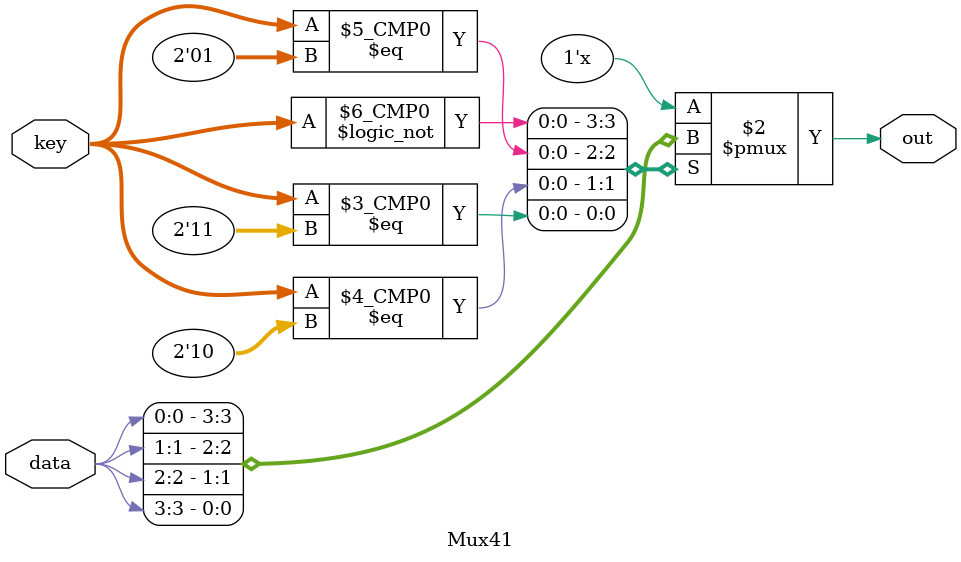
<source format=v>
module Mux41 (
    input [3:0] data,
    input [1:0] key,
    output reg out
);
    always @(key or data)
        case (key)
            2'b00: out = data[0];
            2'b01: out = data[1];
            2'b10: out = data[2];
            2'b11: out = data[3];
            default: out = 1'b0;
        endcase
endmodule

</source>
